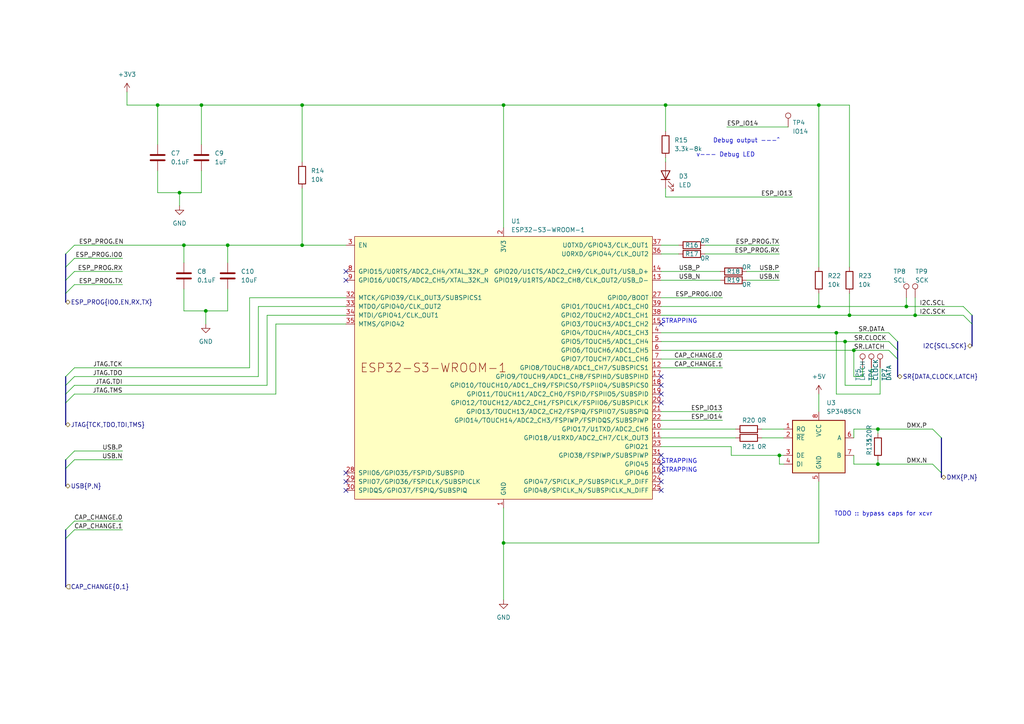
<source format=kicad_sch>
(kicad_sch (version 20230121) (generator eeschema)
  (paper "A4")
  (lib_symbols
    (symbol "Connector:TestPoint" (pin_numbers hide) (pin_names (offset 0.762) hide)
      (property "Reference" "TP" (at 0 6.858 0))
      (property "Value" "TestPoint" (at 0 5.08 0))
      (symbol "TestPoint_0_1"
        (circle (center 0 3.302) (radius 0.762))
      )
      (symbol "TestPoint_1_1"
        (pin passive line (at 0 0 90) (length 2.54) (name "1") (number "1"))
      )
    )
    (symbol "Device:C" (pin_numbers hide) (pin_names (offset 0.254))
      (property "Reference" "C" (at 0.635 2.54 0))
      (property "Value" "C" (at 0.635 -2.54 0))
      (symbol "C_0_1"
        (polyline (pts (xy -2.032 -0.762) (xy 2.032 -0.762)) (stroke (width 0.508)))
        (polyline (pts (xy -2.032 0.762) (xy 2.032 0.762)) (stroke (width 0.508)))
      )
      (symbol "C_1_1"
        (pin passive line (at 0 3.81 270) (length 2.794) (name "~") (number "1"))
        (pin passive line (at 0 -3.81 90) (length 2.794) (name "~") (number "2"))
      )
    )
    (symbol "Device:LED" (pin_numbers hide) (pin_names (offset 1.016) hide)
      (property "Reference" "D" (at 0 2.54 0))
      (property "Value" "LED" (at 0 -2.54 0))
      (symbol "LED_0_1"
        (polyline (pts (xy -1.27 -1.27) (xy -1.27 1.27)) (stroke (width 0.254)))
        (polyline (pts (xy -1.27 0) (xy 1.27 0)))
        (polyline (pts (xy 1.27 -1.27) (xy 1.27 1.27) (xy -1.27 0) (xy 1.27 -1.27)) (stroke (width 0.254)))
        (polyline (pts (xy -3.048 -0.762) (xy -4.572 -2.286) (xy -3.81 -2.286) (xy -4.572 -2.286) (xy -4.572 -1.524)))
        (polyline (pts (xy -1.778 -0.762) (xy -3.302 -2.286) (xy -2.54 -2.286) (xy -3.302 -2.286) (xy -3.302 -1.524)))
      )
      (symbol "LED_1_1"
        (pin passive line (at -3.81 0 0) (length 2.54) (name "K") (number "1"))
        (pin passive line (at 3.81 0 180) (length 2.54) (name "A") (number "2"))
      )
    )
    (symbol "Device:R" (pin_numbers hide) (pin_names (offset 0))
      (property "Reference" "R" (at 2.032 0 90))
      (property "Value" "R" (at 0 0 90))
      (symbol "R_0_1"
        (rectangle (start -1.016 -2.54) (end 1.016 2.54) (stroke (width 0.254)))
      )
      (symbol "R_1_1"
        (pin passive line (at 0 3.81 270) (length 1.27) (name "~") (number "1"))
        (pin passive line (at 0 -3.81 90) (length 1.27) (name "~") (number "2"))
      )
    )
    (symbol "Interface_UART:SP3485CN" (pin_names (offset 1.016))
      (property "Reference" "U" (at -7.62 8.89 0))
      (property "Value" "SP3485CN" (at 2.54 8.89 0))
      (symbol "SP3485CN_0_1"
        (rectangle (start -7.62 7.62) (end 7.62 -7.62) (stroke (width 0.254)) (fill (type background)))
      )
      (symbol "SP3485CN_1_1"
        (pin output line (at -10.16 5.08 0) (length 2.54) (name "RO") (number "1"))
        (pin input line (at -10.16 2.54 0) (length 2.54) (name "~{RE}") (number "2"))
        (pin input line (at -10.16 -2.54 0) (length 2.54) (name "DE") (number "3"))
        (pin input line (at -10.16 -5.08 0) (length 2.54) (name "DI") (number "4"))
        (pin power_in line (at 0 -10.16 90) (length 2.54) (name "GND") (number "5"))
        (pin bidirectional line (at 10.16 2.54 180) (length 2.54) (name "A") (number "6"))
        (pin bidirectional line (at 10.16 -2.54 180) (length 2.54) (name "B") (number "7"))
        (pin power_in line (at 0 10.16 270) (length 2.54) (name "VCC") (number "8"))
      )
    )
    (symbol "PCM_Espressif:ESP32-S3-WROOM-1" (pin_names (offset 1.016))
      (property "Reference" "U" (at -43.18 43.18 0))
      (property "Value" "ESP32-S3-WROOM-1" (at -43.18 40.64 0))
      (symbol "ESP32-S3-WROOM-1_0_0"
        (text "ESP32-S3-WROOM-1" (at -20.32 0 0) (effects (font (size 2.54 2.54))))
        (pin power_in line (at 0 -40.64 90) (length 2.54) (name "GND") (number "1"))
        (pin bidirectional line (at 45.72 -17.78 180) (length 2.54) (name "GPIO17/U1TXD/ADC2_CH6") (number "10"))
        (pin bidirectional line (at 45.72 -20.32 180) (length 2.54) (name "GPIO18/U1RXD/ADC2_CH7/CLK_OUT3") (number "11"))
        (pin bidirectional line (at 45.72 0 180) (length 2.54) (name "GPIO8/TOUCH8/ADC1_CH7/SUBSPICS1") (number "12"))
        (pin bidirectional line (at 45.72 25.4 180) (length 2.54) (name "GPIO19/U1RTS/ADC2_CH8/CLK_OUT2/USB_D-") (number "13"))
        (pin bidirectional line (at 45.72 27.94 180) (length 2.54) (name "GPIO20/U1CTS/ADC2_CH9/CLK_OUT1/USB_D+") (number "14"))
        (pin bidirectional line (at 45.72 12.7 180) (length 2.54) (name "GPIO3/TOUCH3/ADC1_CH2") (number "15"))
        (pin bidirectional line (at 45.72 -30.48 180) (length 2.54) (name "GPIO46") (number "16"))
        (pin bidirectional line (at 45.72 -2.54 180) (length 2.54) (name "GPIO9/TOUCH9/ADC1_CH8/FSPIHD/SUBSPIHD") (number "17"))
        (pin bidirectional line (at 45.72 -5.08 180) (length 2.54) (name "GPIO10/TOUCH10/ADC1_CH9/FSPICS0/FSPIIO4/SUBSPICS0") (number "18"))
        (pin bidirectional line (at 45.72 -7.62 180) (length 2.54) (name "GPIO11/TOUCH11/ADC2_CH0/FSPID/FSPIIO5/SUBSPID") (number "19"))
        (pin power_in line (at 0 40.64 270) (length 2.54) (name "3V3") (number "2"))
        (pin bidirectional line (at 45.72 -10.16 180) (length 2.54) (name "GPIO12/TOUCH12/ADC2_CH1/FSPICLK/FSPIIO6/SUBSPICLK") (number "20"))
        (pin bidirectional line (at 45.72 -12.7 180) (length 2.54) (name "GPIO13/TOUCH13/ADC2_CH2/FSPIQ/FSPIIO7/SUBSPIQ") (number "21"))
        (pin bidirectional line (at 45.72 -15.24 180) (length 2.54) (name "GPIO14/TOUCH14/ADC2_CH3/FSPIWP/FSPIDQS/SUBSPIWP") (number "22"))
        (pin bidirectional line (at 45.72 -22.86 180) (length 2.54) (name "GPIO21") (number "23"))
        (pin bidirectional line (at 45.72 -33.02 180) (length 2.54) (name "GPIO47/SPICLK_P/SUBSPICLK_P_DIFF") (number "24"))
        (pin bidirectional line (at 45.72 -35.56 180) (length 2.54) (name "GPIO48/SPICLK_N/SUBSPICLK_N_DIFF") (number "25"))
        (pin bidirectional line (at 45.72 -27.94 180) (length 2.54) (name "GPIO45") (number "26"))
        (pin bidirectional line (at 45.72 20.32 180) (length 2.54) (name "GPIO0/BOOT") (number "27"))
        (pin bidirectional line (at -45.72 -30.48 0) (length 2.54) (name "SPIIO6/GPIO35/FSPID/SUBSPID") (number "28"))
        (pin bidirectional line (at -45.72 -33.02 0) (length 2.54) (name "SPIIO7/GPIO36/FSPICLK/SUBSPICLK") (number "29"))
        (pin input line (at -45.72 35.56 0) (length 2.54) (name "EN") (number "3"))
        (pin bidirectional line (at -45.72 -35.56 0) (length 2.54) (name "SPIDQS/GPIO37/FSPIQ/SUBSPIQ") (number "30"))
        (pin bidirectional line (at 45.72 -25.4 180) (length 2.54) (name "GPIO38/FSPIWP/SUBSPIWP") (number "31"))
        (pin bidirectional line (at -45.72 20.32 0) (length 2.54) (name "MTCK/GPIO39/CLK_OUT3/SUBSPICS1") (number "32"))
        (pin bidirectional line (at -45.72 17.78 0) (length 2.54) (name "MTDO/GPIO40/CLK_OUT2") (number "33"))
        (pin bidirectional line (at -45.72 15.24 0) (length 2.54) (name "MTDI/GPIO41/CLK_OUT1") (number "34"))
        (pin bidirectional line (at -45.72 12.7 0) (length 2.54) (name "MTMS/GPIO42") (number "35"))
        (pin bidirectional line (at 45.72 33.02 180) (length 2.54) (name "U0RXD/GPIO44/CLK_OUT2") (number "36"))
        (pin bidirectional line (at 45.72 35.56 180) (length 2.54) (name "U0TXD/GPIO43/CLK_OUT1") (number "37"))
        (pin bidirectional line (at 45.72 15.24 180) (length 2.54) (name "GPIO2/TOUCH2/ADC1_CH1") (number "38"))
        (pin bidirectional line (at 45.72 17.78 180) (length 2.54) (name "GPIO1/TOUCH1/ADC1_CH0") (number "39"))
        (pin bidirectional line (at 45.72 10.16 180) (length 2.54) (name "GPIO4/TOUCH4/ADC1_CH3") (number "4"))
        (pin passive line (at 0 -40.64 90) (length 2.54) hide (name "GND") (number "40"))
        (pin passive line (at 0 -40.64 90) (length 2.54) hide (name "GND") (number "41"))
        (pin bidirectional line (at 45.72 7.62 180) (length 2.54) (name "GPIO5/TOUCH5/ADC1_CH4") (number "5"))
        (pin bidirectional line (at 45.72 5.08 180) (length 2.54) (name "GPIO6/TOUCH6/ADC1_CH5") (number "6"))
        (pin bidirectional line (at 45.72 2.54 180) (length 2.54) (name "GPIO7/TOUCH7/ADC1_CH6") (number "7"))
        (pin bidirectional line (at -45.72 27.94 0) (length 2.54) (name "GPIO15/U0RTS/ADC2_CH4/XTAL_32K_P") (number "8"))
        (pin bidirectional line (at -45.72 25.4 0) (length 2.54) (name "GPIO16/U0CTS/ADC2_CH5/XTAL_32K_N") (number "9"))
      )
      (symbol "ESP32-S3-WROOM-1_0_1"
        (rectangle (start -43.18 38.1) (end 43.18 -38.1) (fill (type background)))
      )
    )
    (symbol "power:+3V3" (power) (pin_names (offset 0))
      (property "Value" "+3V3" (at 0 3.556 0))
      (symbol "+3V3_0_1"
        (polyline (pts (xy -0.762 1.27) (xy 0 2.54)))
        (polyline (pts (xy 0 0) (xy 0 2.54)))
        (polyline (pts (xy 0 2.54) (xy 0.762 1.27)))
      )
      (symbol "+3V3_1_1"
        (pin power_in line (at 0 0 90) (length 0) hide (name "+3V3") (number "1"))
      )
    )
    (symbol "power:+5V" (power) (pin_names (offset 0))
      (property "Value" "+5V" (at 0 3.556 0))
      (symbol "+5V_0_1"
        (polyline (pts (xy -0.762 1.27) (xy 0 2.54)))
        (polyline (pts (xy 0 0) (xy 0 2.54)))
        (polyline (pts (xy 0 2.54) (xy 0.762 1.27)))
      )
      (symbol "+5V_1_1"
        (pin power_in line (at 0 0 90) (length 0) hide (name "+5V") (number "1"))
      )
    )
    (symbol "power:GND" (power) (pin_names (offset 0))
      (property "Value" "GND" (at 0 -3.81 0))
      (symbol "GND_0_1"
        (polyline (pts (xy 0 0) (xy 0 -1.27) (xy 1.27 -1.27) (xy 0 -2.54) (xy -1.27 -1.27) (xy 0 -1.27)))
      )
      (symbol "GND_1_1"
        (pin power_in line (at 0 0 270) (length 0) hide (name "GND") (number "1"))
      )
    )
  )
  (junction (at 237.49 88.9))
  (junction (at 254.635 124.46))
  (junction (at 254.635 134.62))
  (junction (at 242.57 96.52))
  (junction (at 87.63 30.48))
  (junction (at 59.69 90.17))
  (junction (at 66.04 71.12))
  (junction (at 146.05 157.48))
  (junction (at 265.43 91.44))
  (junction (at 262.89 88.9))
  (junction (at 193.04 30.48))
  (junction (at 87.63 71.12))
  (junction (at 45.72 30.48))
  (junction (at 53.34 71.12))
  (junction (at 247.65 101.6))
  (junction (at 52.07 55.88))
  (junction (at 245.11 99.06))
  (junction (at 58.42 30.48))
  (junction (at 237.49 30.48))
  (junction (at 226.06 132.08))
  (junction (at 246.38 91.44))
  (junction (at 146.05 30.48))
  (no_connect (at 191.77 114.3))
  (no_connect (at 100.33 78.74))
  (no_connect (at 191.77 132.08))
  (no_connect (at 191.77 139.7))
  (no_connect (at 191.77 142.24))
  (no_connect (at 191.77 111.76))
  (no_connect (at 191.77 93.98))
  (no_connect (at 100.33 142.24))
  (no_connect (at 191.77 137.16))
  (no_connect (at 100.33 81.28))
  (no_connect (at 100.33 137.16))
  (no_connect (at 191.77 109.22))
  (no_connect (at 191.77 116.84))
  (no_connect (at 100.33 139.7))
  (no_connect (at 191.77 134.62))
  (bus_entry (at 281.94 93.98) (size -2.54 -2.54))
  (bus_entry (at 19.05 81.28) (size 2.54 -2.54))
  (bus_entry (at 19.05 114.3) (size 2.54 -2.54))
  (bus_entry (at 19.05 109.22) (size 2.54 -2.54))
  (bus_entry (at 19.05 73.66) (size 2.54 -2.54))
  (bus_entry (at 19.05 116.84) (size 2.54 -2.54))
  (bus_entry (at 19.05 77.47) (size 2.54 -2.54))
  (bus_entry (at 281.94 91.44) (size -2.54 -2.54))
  (bus_entry (at 19.05 133.35) (size 2.54 -2.54))
  (bus_entry (at 260.35 101.6) (size -2.54 -2.54))
  (bus_entry (at 19.05 156.21) (size 2.54 -2.54))
  (bus_entry (at 19.05 85.09) (size 2.54 -2.54))
  (bus_entry (at 19.05 111.76) (size 2.54 -2.54))
  (bus_entry (at 273.05 137.16) (size -2.54 -2.54))
  (bus_entry (at 19.05 153.67) (size 2.54 -2.54))
  (bus_entry (at 273.05 127) (size -2.54 -2.54))
  (bus_entry (at 19.05 135.89) (size 2.54 -2.54))
  (bus_entry (at 260.35 99.06) (size -2.54 -2.54))
  (bus_entry (at 260.35 104.14) (size -2.54 -2.54))
  (wire (pts (xy 245.11 111.76) (xy 252.73 111.76)))
  (wire (pts (xy 250.19 109.22) (xy 250.19 106.68)))
  (bus (pts (xy 260.35 99.06) (xy 260.35 101.6)))
  (wire (pts (xy 21.59 106.68) (xy 72.39 106.68)))
  (wire (pts (xy 237.49 88.9) (xy 262.89 88.9)))
  (wire (pts (xy 191.77 73.66) (xy 196.85 73.66)))
  (bus (pts (xy 19.05 156.21) (xy 19.05 170.18)))
  (wire (pts (xy 45.72 55.88) (xy 45.72 49.53)))
  (wire (pts (xy 242.57 96.52) (xy 257.81 96.52)))
  (wire (pts (xy 191.77 119.38) (xy 209.55 119.38)))
  (wire (pts (xy 58.42 55.88) (xy 52.07 55.88)))
  (wire (pts (xy 191.77 88.9) (xy 237.49 88.9)))
  (bus (pts (xy 19.05 81.28) (xy 19.05 85.09)))
  (wire (pts (xy 59.69 90.17) (xy 59.69 93.98)))
  (wire (pts (xy 237.49 157.48) (xy 146.05 157.48)))
  (wire (pts (xy 193.04 30.48) (xy 146.05 30.48)))
  (wire (pts (xy 237.49 30.48) (xy 246.38 30.48)))
  (wire (pts (xy 226.06 132.08) (xy 227.33 132.08)))
  (bus (pts (xy 19.05 114.3) (xy 19.05 116.84)))
  (wire (pts (xy 191.77 86.36) (xy 209.55 86.36)))
  (wire (pts (xy 146.05 147.32) (xy 146.05 157.48)))
  (wire (pts (xy 204.47 73.66) (xy 226.06 73.66)))
  (wire (pts (xy 146.05 30.48) (xy 146.05 66.04)))
  (bus (pts (xy 19.05 77.47) (xy 19.05 81.28)))
  (wire (pts (xy 220.98 127) (xy 227.33 127)))
  (wire (pts (xy 191.77 99.06) (xy 245.11 99.06)))
  (wire (pts (xy 228.6 36.83) (xy 210.82 36.83)))
  (wire (pts (xy 191.77 96.52) (xy 242.57 96.52)))
  (bus (pts (xy 273.05 137.16) (xy 273.05 138.43)))
  (wire (pts (xy 193.04 30.48) (xy 193.04 38.1)))
  (wire (pts (xy 242.57 114.3) (xy 255.27 114.3)))
  (wire (pts (xy 247.65 134.62) (xy 254.635 134.62)))
  (wire (pts (xy 53.34 71.12) (xy 53.34 76.2)))
  (wire (pts (xy 246.38 85.09) (xy 246.38 91.44)))
  (wire (pts (xy 58.42 30.48) (xy 58.42 41.91)))
  (wire (pts (xy 212.09 129.54) (xy 212.09 132.08)))
  (wire (pts (xy 191.77 129.54) (xy 212.09 129.54)))
  (wire (pts (xy 191.77 104.14) (xy 209.55 104.14)))
  (bus (pts (xy 273.05 127) (xy 273.05 137.16)))
  (wire (pts (xy 21.59 151.13) (xy 35.56 151.13)))
  (bus (pts (xy 281.94 93.98) (xy 281.94 100.33)))
  (wire (pts (xy 193.04 30.48) (xy 237.49 30.48)))
  (wire (pts (xy 247.65 124.46) (xy 254.635 124.46)))
  (wire (pts (xy 191.77 124.46) (xy 213.36 124.46)))
  (wire (pts (xy 87.63 30.48) (xy 146.05 30.48)))
  (wire (pts (xy 204.47 71.12) (xy 226.06 71.12)))
  (wire (pts (xy 72.39 106.68) (xy 72.39 86.36)))
  (wire (pts (xy 36.83 30.48) (xy 45.72 30.48)))
  (wire (pts (xy 21.59 133.35) (xy 35.56 133.35)))
  (wire (pts (xy 100.33 91.44) (xy 77.47 91.44)))
  (wire (pts (xy 246.38 30.48) (xy 246.38 77.47)))
  (bus (pts (xy 19.05 73.66) (xy 19.05 77.47)))
  (wire (pts (xy 262.89 86.36) (xy 262.89 88.9)))
  (wire (pts (xy 66.04 90.17) (xy 59.69 90.17)))
  (wire (pts (xy 21.59 78.74) (xy 35.56 78.74)))
  (wire (pts (xy 191.77 71.12) (xy 196.85 71.12)))
  (wire (pts (xy 247.65 124.46) (xy 247.65 127)))
  (wire (pts (xy 255.27 114.3) (xy 255.27 106.68)))
  (wire (pts (xy 72.39 86.36) (xy 100.33 86.36)))
  (wire (pts (xy 21.59 114.3) (xy 80.01 114.3)))
  (wire (pts (xy 21.59 109.22) (xy 74.93 109.22)))
  (wire (pts (xy 21.59 153.67) (xy 35.56 153.67)))
  (wire (pts (xy 212.09 132.08) (xy 226.06 132.08)))
  (wire (pts (xy 100.33 71.12) (xy 87.63 71.12)))
  (wire (pts (xy 191.77 121.92) (xy 209.55 121.92)))
  (wire (pts (xy 21.59 82.55) (xy 35.56 82.55)))
  (wire (pts (xy 193.04 57.15) (xy 229.87 57.15)))
  (wire (pts (xy 191.77 81.28) (xy 208.915 81.28)))
  (wire (pts (xy 193.04 54.61) (xy 193.04 57.15)))
  (wire (pts (xy 227.33 134.62) (xy 226.06 134.62)))
  (wire (pts (xy 265.43 91.44) (xy 279.4 91.44)))
  (wire (pts (xy 146.05 157.48) (xy 146.05 173.99)))
  (wire (pts (xy 74.93 88.9) (xy 74.93 109.22)))
  (wire (pts (xy 193.04 45.72) (xy 193.04 46.99)))
  (bus (pts (xy 19.05 153.67) (xy 19.05 156.21)))
  (wire (pts (xy 237.49 114.3) (xy 237.49 119.38)))
  (wire (pts (xy 21.59 71.12) (xy 53.34 71.12)))
  (wire (pts (xy 254.635 134.62) (xy 270.51 134.62)))
  (wire (pts (xy 45.72 30.48) (xy 45.72 41.91)))
  (wire (pts (xy 191.77 78.74) (xy 208.915 78.74)))
  (bus (pts (xy 19.05 116.84) (xy 19.05 123.19)))
  (wire (pts (xy 53.34 71.12) (xy 66.04 71.12)))
  (wire (pts (xy 247.65 101.6) (xy 257.81 101.6)))
  (wire (pts (xy 191.77 106.68) (xy 209.55 106.68)))
  (wire (pts (xy 220.98 124.46) (xy 227.33 124.46)))
  (bus (pts (xy 260.35 104.14) (xy 260.35 109.22)))
  (wire (pts (xy 59.69 90.17) (xy 53.34 90.17)))
  (wire (pts (xy 21.59 111.76) (xy 77.47 111.76)))
  (wire (pts (xy 254.635 124.46) (xy 270.51 124.46)))
  (wire (pts (xy 247.65 101.6) (xy 247.65 109.22)))
  (wire (pts (xy 191.77 101.6) (xy 247.65 101.6)))
  (wire (pts (xy 77.47 91.44) (xy 77.47 111.76)))
  (bus (pts (xy 19.05 111.76) (xy 19.05 114.3)))
  (wire (pts (xy 245.11 99.06) (xy 257.81 99.06)))
  (wire (pts (xy 247.65 109.22) (xy 250.19 109.22)))
  (wire (pts (xy 52.07 55.88) (xy 45.72 55.88)))
  (wire (pts (xy 52.07 55.88) (xy 52.07 59.69)))
  (wire (pts (xy 58.42 30.48) (xy 87.63 30.48)))
  (wire (pts (xy 265.43 86.36) (xy 265.43 91.44)))
  (wire (pts (xy 100.33 93.98) (xy 80.01 93.98)))
  (wire (pts (xy 226.06 132.08) (xy 226.06 134.62)))
  (wire (pts (xy 58.42 49.53) (xy 58.42 55.88)))
  (wire (pts (xy 245.11 99.06) (xy 245.11 111.76)))
  (bus (pts (xy 19.05 135.89) (xy 19.05 140.97)))
  (bus (pts (xy 260.35 101.6) (xy 260.35 104.14)))
  (wire (pts (xy 66.04 83.82) (xy 66.04 90.17)))
  (wire (pts (xy 45.72 30.48) (xy 58.42 30.48)))
  (wire (pts (xy 262.89 88.9) (xy 279.4 88.9)))
  (bus (pts (xy 281.94 91.44) (xy 281.94 93.98)))
  (wire (pts (xy 237.49 139.7) (xy 237.49 157.48)))
  (wire (pts (xy 53.34 90.17) (xy 53.34 83.82)))
  (wire (pts (xy 237.49 30.48) (xy 237.49 77.47)))
  (wire (pts (xy 21.59 74.93) (xy 35.56 74.93)))
  (wire (pts (xy 216.535 81.28) (xy 226.06 81.28)))
  (wire (pts (xy 242.57 96.52) (xy 242.57 114.3)))
  (wire (pts (xy 254.635 124.46) (xy 254.635 125.73)))
  (wire (pts (xy 254.635 133.35) (xy 254.635 134.62)))
  (wire (pts (xy 246.38 91.44) (xy 265.43 91.44)))
  (bus (pts (xy 19.05 109.22) (xy 19.05 111.76)))
  (wire (pts (xy 100.33 88.9) (xy 74.93 88.9)))
  (wire (pts (xy 80.01 93.98) (xy 80.01 114.3)))
  (wire (pts (xy 247.65 134.62) (xy 247.65 132.08)))
  (wire (pts (xy 87.63 30.48) (xy 87.63 46.99)))
  (wire (pts (xy 21.59 130.81) (xy 35.56 130.81)))
  (wire (pts (xy 191.77 91.44) (xy 246.38 91.44)))
  (wire (pts (xy 87.63 54.61) (xy 87.63 71.12)))
  (wire (pts (xy 36.83 26.67) (xy 36.83 30.48)))
  (wire (pts (xy 191.77 127) (xy 213.36 127)))
  (wire (pts (xy 237.49 85.09) (xy 237.49 88.9)))
  (wire (pts (xy 66.04 71.12) (xy 87.63 71.12)))
  (bus (pts (xy 19.05 133.35) (xy 19.05 135.89)))
  (wire (pts (xy 252.73 106.68) (xy 252.73 111.76)))
  (bus (pts (xy 19.05 85.09) (xy 19.05 87.63)))
  (wire (pts (xy 216.535 78.74) (xy 226.06 78.74)))
  (wire (pts (xy 66.04 71.12) (xy 66.04 76.2)))
  (text "STRAPPING" (at 191.77 137.16 0) (effects (font (size 1.27 1.27)) (justify left bottom)))
  (text "TODO :: bypass caps for xcvr" (at 241.935 149.86 0) (effects (font (size 1.27 1.27)) (justify left bottom)))
  (text "STRAPPING" (at 191.77 93.98 0) (effects (font (size 1.27 1.27)) (justify left bottom)))
  (text "STRAPPING" (at 191.77 134.62 0) (effects (font (size 1.27 1.27)) (justify left bottom)))
  (text "     Debug output ---^\n\nv--- Debug LED" (at 201.93 45.72 0) (effects (font (size 1.27 1.27)) (justify left bottom)))
  (label "I2C.SCL" (at 266.7 88.9 0))
  (label "DMX.N" (at 262.89 134.62 0))
  (label "USB.P" (at 35.56 130.81 180))
  (label "JTAG.TMS" (at 35.56 114.3 180))
  (label "ESP_IO14" (at 210.82 36.83 0))
  (label "ESP_IO13" (at 229.87 57.15 180))
  (label "SR.LATCH" (at 247.65 101.6 0))
  (label "JTAG.TDI" (at 35.56 111.76 180))
  (label "JTAG.TDO" (at 35.56 109.22 180))
  (label "ESP_PROG.TX" (at 226.06 71.12 180))
  (label "CAP_CHANGE.1" (at 209.55 106.68 180))
  (label "CAP_CHANGE.0" (at 209.55 104.14 180))
  (label "ESP_PROG.IO0" (at 209.55 86.36 180))
  (label "I2C.SCK" (at 266.7 91.44 0))
  (label "USB.N" (at 35.56 133.35 180))
  (label "SR.CLOCK" (at 247.65 99.06 0))
  (label "ESP_IO14" (at 209.55 121.92 180))
  (label "USB.P" (at 226.06 78.74 180))
  (label "ESP_IO13" (at 209.55 119.38 180))
  (label "JTAG.TCK" (at 35.56 106.68 180))
  (label "ESP_PROG.IO0" (at 35.56 74.93 180))
  (label "USB_P" (at 196.85 78.74 0))
  (label "ESP_PROG.RX" (at 226.06 73.66 180))
  (label "ESP_PROG.RX" (at 35.56 78.74 180))
  (label "SR.DATA" (at 248.92 96.52 0))
  (label "USB.N" (at 226.06 81.28 180))
  (label "ESP_PROG.EN" (at 22.86 71.12 0))
  (label "ESP_PROG.TX" (at 35.56 82.55 180))
  (label "USB_N" (at 196.85 81.28 0))
  (label "CAP_CHANGE.1" (at 35.56 153.67 180))
  (label "DMX.P" (at 262.89 124.46 0))
  (label "CAP_CHANGE.0" (at 35.56 151.13 180))
  (hierarchical_label "DMX{P,N}" (shape bidirectional) (at 273.05 138.43 0))
  (hierarchical_label "CAP_CHANGE{0,1}" (shape input) (at 19.05 170.18 0))
  (hierarchical_label "ESP_PROG{IO0,EN,RX,TX}" (shape bidirectional) (at 19.05 87.63 0))
  (hierarchical_label "SR{DATA,CLOCK,LATCH}" (shape bidirectional) (at 260.35 109.22 0))
  (hierarchical_label "JTAG{TCK,TDO,TDI,TMS}" (shape bidirectional) (at 19.05 123.19 0))
  (hierarchical_label "I2C{SCL,SCK}" (shape bidirectional) (at 281.94 100.33 180))
  (hierarchical_label "USB{P,N}" (shape bidirectional) (at 19.05 140.97 0))
  (symbol (lib_id "power:GND") (at 52.07 59.69 0) (unit 1)
    (property "Reference" "#PWR013" (effects hide))
    (property "Value" "GND" (at 52.07 64.77 0))
  )
  (symbol (lib_id "Device:C") (at 53.34 80.01 0) (unit 1)
    (property "Reference" "C8" (at 57.15 78.74 0) (effects (justify left)))
    (property "Value" "0.1uF" (at 57.15 81.28 0) (effects (justify left)))
    (property "Footprint" "Capacitor_SMD:C_0603_1608Metric" (effects hide))
    (property "Link" "https://www.digikey.de/en/products/detail/kyocera-avx/KGM15BR71H104KT/1600046" (effects hide))
    (property "MPN" "KYOCERA AVX" (effects hide))
  )
  (symbol (lib_id "Device:C") (at 58.42 45.72 0) (unit 1)
    (property "Reference" "C9" (at 62.23 44.45 0) (effects (justify left)))
    (property "Value" "1uF" (at 62.23 46.99 0) (effects (justify left)))
    (property "Footprint" "Capacitor_SMD:C_0603_1608Metric" (effects hide))
    (property "Link" "https://www.digikey.de/en/products/detail/samsung-electro-mechanics/CL10A105KA8NNNC/3886760" (effects hide))
    (property "MPN" "CL10A105KA8NNNC" (effects hide))
  )
  (symbol (lib_id "Device:R") (at 87.63 50.8 0) (unit 1)
    (property "Reference" "R14" (at 90.17 49.53 0) (effects (justify left)))
    (property "Value" "10k" (at 90.17 52.07 0) (effects (justify left)))
    (property "Footprint" "Resistor_SMD:R_0603_1608Metric" (effects hide))
    (property "Link" "https://www.digikey.de/en/products/detail/yageo/RC0603FR-0710KL/726880" (effects hide))
    (property "MPN" "RC0603FR-0710KL" (effects hide))
  )
  (symbol (lib_id "Connector:TestPoint") (at 252.73 106.68 0) (unit 1)
    (property "Reference" "TP6" (at 252.73 110.49 90) (effects (justify left)))
    (property "Value" "CLOCK" (at 254 110.49 90) (effects (justify left)))
    (property "Footprint" "TestPoint:TestPoint_Pad_D1.0mm" (effects hide))
  )
  (symbol (lib_id "Device:C") (at 66.04 80.01 0) (unit 1)
    (property "Reference" "C10" (at 69.85 78.74 0) (effects (justify left)))
    (property "Value" "10uF" (at 69.85 81.28 0) (effects (justify left)))
    (property "Footprint" "Capacitor_SMD:C_1206_3216Metric" (effects hide))
    (property "Link" "https://www.digikey.de/en/products/detail/samsung-electro-mechanics/CL31B106KOHNNWE/3888763" (effects hide))
    (property "MPN" "CL31B106KOHNNWE" (effects hide))
  )
  (symbol (lib_id "Device:R") (at 200.66 73.66 90) (unit 1)
    (property "Reference" "R17" (at 200.66 73.66 90))
    (property "Value" "0R" (at 204.47 74.93 90))
    (property "Footprint" "Resistor_SMD:R_0603_1608Metric" (effects hide))
  )
  (symbol (lib_id "power:GND") (at 146.05 173.99 0) (unit 1)
    (property "Reference" "#PWR015" (effects hide))
    (property "Value" "GND" (at 146.05 179.07 0))
  )
  (symbol (lib_id "Connector:TestPoint") (at 262.89 86.36 0) (unit 1)
    (property "Reference" "TP8" (at 259.08 78.74 0) (effects (justify left)))
    (property "Value" "SCL" (at 259.08 81.28 0) (effects (justify left)))
    (property "Footprint" "TestPoint:TestPoint_Pad_D1.0mm" (effects hide))
  )
  (symbol (lib_id "Device:R") (at 254.635 129.54 180) (unit 1)
    (property "Reference" "R135" (at 252.095 129.54 90))
    (property "Value" "120R" (at 252.095 125.73 90))
    (property "Footprint" "Resistor_SMD:R_0603_1608Metric" (effects hide))
    (property "Link" "https://www.digikey.de/en/products/detail/stackpole-electronics-inc/RMCF0603FT120R/1761221" (effects hide))
    (property "MPN" "RMCF0603FT120R" (effects hide))
  )
  (symbol (lib_id "Device:R") (at 217.17 124.46 90) (unit 1)
    (property "Reference" "R20" (at 217.17 121.92 90))
    (property "Value" "0R" (at 220.98 121.92 90))
    (property "Footprint" "Resistor_SMD:R_0603_1608Metric" (effects hide))
  )
  (symbol (lib_id "power:GND") (at 59.69 93.98 0) (unit 1)
    (property "Reference" "#PWR014" (effects hide))
    (property "Value" "GND" (at 59.69 99.06 0))
  )
  (symbol (lib_id "Device:R") (at 246.38 81.28 0) (unit 1)
    (property "Reference" "R23" (at 248.92 80.01 0) (effects (justify left)))
    (property "Value" "10k" (at 248.92 82.55 0) (effects (justify left)))
    (property "Footprint" "Resistor_SMD:R_0603_1608Metric" (effects hide))
    (property "Link" "https://www.digikey.de/en/products/detail/yageo/RC0603FR-0710KL/726880" (effects hide))
    (property "MPN" "RC0603FR-0710KL" (effects hide))
  )
  (symbol (lib_id "Connector:TestPoint") (at 250.19 106.68 0) (unit 1)
    (property "Reference" "TP5" (at 248.92 110.49 90) (effects (justify left)))
    (property "Value" "LATCH" (at 250.19 110.49 90) (effects (justify left)))
    (property "Footprint" "TestPoint:TestPoint_Pad_D1.0mm" (effects hide))
  )
  (symbol (lib_id "Connector:TestPoint") (at 255.27 106.68 0) (unit 1)
    (property "Reference" "TP7" (at 256.54 110.49 90) (effects (justify left)))
    (property "Value" "DATA" (at 257.81 110.49 90) (effects (justify left)))
    (property "Footprint" "TestPoint:TestPoint_Pad_D1.0mm" (effects hide))
  )
  (symbol (lib_id "Interface_UART:SP3485CN") (at 237.49 129.54 0) (unit 1)
    (property "Reference" "U3" (at 239.6841 116.84 0) (effects (justify left)))
    (property "Value" "SP3485CN" (at 239.6841 119.38 0) (effects (justify left)))
    (property "Footprint" "Package_SO:SOIC-8_3.9x4.9mm_P1.27mm" (effects hide))
    (property "Datasheet" "http://www.icbase.com/pdf/SPX/SPX00480106.pdf" (effects hide))
    (property "Link" "https://www.digikey.de/en/products/detail/maxlinear-inc/SP3485CN-L/2411076" (effects hide))
    (property "MPN" "SP3485CN-L" (effects hide))
  )
  (symbol (lib_id "PCM_Espressif:ESP32-S3-WROOM-1") (at 146.05 106.68 0) (unit 1)
    (property "Reference" "U1" (at 148.2441 64.135 0) (effects (justify left)))
    (property "Value" "ESP32-S3-WROOM-1" (at 148.2441 66.675 0) (effects (justify left)))
    (property "Footprint" "PCM_Espressif:ESP32-S3-WROOM-1" (effects hide))
    (property "Datasheet" "https://www.espressif.com/sites/default/files/documentation/esp32-s3-wroom-1_wroom-1u_datasheet_en.pdf" (effects hide))
    (property "Link" "https://www.digikey.de/en/products/detail/espressif-systems/ESP32-S3-WROOM-1-N8R2/15200058" (effects hide))
    (property "MPN" "ESP32-S3-WROOM-1-N8R2" (effects hide))
    (instances (project "button-board" (path "" (reference "U1") (unit 1)) (path "" (reference "U2") (unit 1))))
  )
  (symbol (lib_id "Device:C") (at 45.72 45.72 0) (unit 1)
    (property "Reference" "C7" (at 49.53 44.45 0) (effects (justify left)))
    (property "Value" "0.1uF" (at 49.53 46.99 0) (effects (justify left)))
    (property "Footprint" "Capacitor_SMD:C_0603_1608Metric" (effects hide))
    (property "Link" "https://www.digikey.de/en/products/detail/kyocera-avx/KGM15BR71H104KT/1600046" (effects hide))
    (property "MPN" "KYOCERA AVX" (effects hide))
  )
  (symbol (lib_id "Device:R") (at 200.66 71.12 90) (unit 1)
    (property "Reference" "R16" (at 200.66 71.12 90))
    (property "Value" "0R" (at 204.47 69.85 90))
    (property "Footprint" "Resistor_SMD:R_0603_1608Metric" (effects hide))
  )
  (symbol (lib_id "Device:R") (at 212.725 78.74 90) (unit 1)
    (property "Reference" "R18" (at 212.725 78.74 90))
    (property "Value" "0R" (at 216.535 77.47 90))
    (property "Footprint" "Resistor_SMD:R_0603_1608Metric" (effects hide))
  )
  (symbol (lib_id "Device:R") (at 193.04 41.91 0) (unit 1)
    (property "Reference" "R15" (at 195.58 40.64 0) (effects (justify left)))
    (property "Value" "3.3k-8k" (at 195.58 43.18 0) (effects (justify left)))
    (property "Footprint" "Resistor_SMD:R_0603_1608Metric" (effects hide))
    (property "Link" "https://www.digikey.de/en/products/detail/yageo/RC0603JR-076K8L/726813" (effects hide))
    (property "MPN" "RC0603JR-076K8L" (effects hide))
  )
  (symbol (lib_id "power:+5V") (at 237.49 114.3 0) (unit 1)
    (property "Reference" "#PWR016" (effects hide))
    (property "Value" "+5V" (at 237.49 109.22 0))
  )
  (symbol (lib_id "Device:R") (at 217.17 127 90) (unit 1)
    (property "Reference" "R21" (at 217.17 129.54 90))
    (property "Value" "0R" (at 220.98 129.54 90))
    (property "Footprint" "Resistor_SMD:R_0603_1608Metric" (effects hide))
  )
  (symbol (lib_id "Connector:TestPoint") (at 228.6 36.83 0) (unit 1)
    (property "Reference" "TP4" (at 229.87 35.56 0) (effects (justify left)))
    (property "Value" "IO14" (at 229.87 38.1 0) (effects (justify left)))
    (property "Footprint" "TestPoint:TestPoint_Pad_D1.0mm" (effects hide))
  )
  (symbol (lib_id "Device:R") (at 212.725 81.28 90) (unit 1)
    (property "Reference" "R19" (at 212.725 81.28 90))
    (property "Value" "0R" (at 216.535 82.55 90))
    (property "Footprint" "Resistor_SMD:R_0603_1608Metric" (effects hide))
  )
  (symbol (lib_id "power:+3V3") (at 36.83 26.67 0) (unit 1)
    (property "Reference" "#PWR012" (effects hide))
    (property "Value" "+3V3" (at 36.83 21.59 0))
  )
  (symbol (lib_id "Device:LED") (at 193.04 50.8 90) (unit 1)
    (property "Reference" "D3" (at 196.85 51.1175 90) (effects (justify right)))
    (property "Value" "LED" (at 196.85 53.6575 90) (effects (justify right)))
    (property "Footprint" "Diode_SMD:D_0805_2012Metric" (effects hide))
  )
  (symbol (lib_id "Device:R") (at 237.49 81.28 0) (unit 1)
    (property "Reference" "R22" (at 240.03 80.01 0) (effects (justify left)))
    (property "Value" "10k" (at 240.03 82.55 0) (effects (justify left)))
    (property "Footprint" "Resistor_SMD:R_0603_1608Metric" (effects hide))
    (property "Link" "https://www.digikey.de/en/products/detail/yageo/RC0603FR-0710KL/726880" (effects hide))
    (property "MPN" "RC0603FR-0710KL" (effects hide))
  )
  (symbol (lib_id "Connector:TestPoint") (at 265.43 86.36 0) (unit 1)
    (property "Reference" "TP9" (at 265.43 78.74 0) (effects (justify left)))
    (property "Value" "SCK" (at 265.43 81.28 0) (effects (justify left)))
    (property "Footprint" "TestPoint:TestPoint_Pad_D1.0mm" (effects hide))
  )
)
</source>
